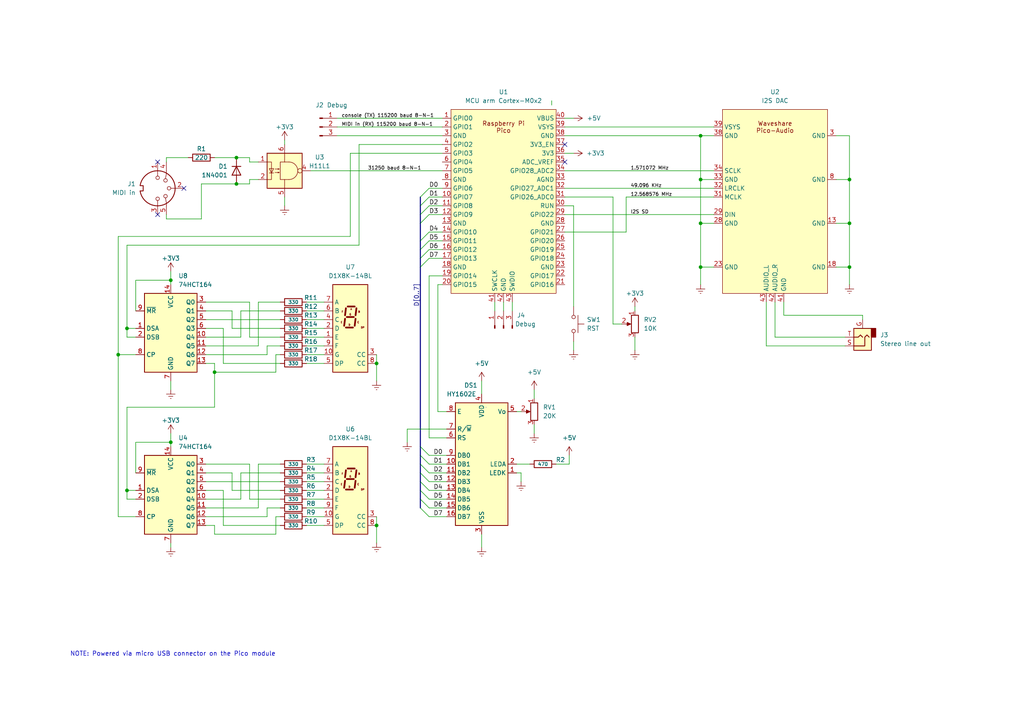
<source format=kicad_sch>
(kicad_sch (version 20230121) (generator eeschema)
  (paper "A4")
  (title_block (title "picoX7") (date "2023-09-08") (rev "0.04") (company "https://github.com/AnotherJohnH/picoX7"))
  (lib_symbols
    (symbol "74xx:74HCT164"
      (property "Reference" "U" (at 1.905 -13.97 0))
      (property "Value" "74HCT164" (at 1.905 -16.51 0))
      (symbol "74HCT164_0_1"
        (rectangle (start 7.62 10.16) (end -7.62 -12.7) (stroke (width 0.254)) (fill (type background)))
      )
      (symbol "74HCT164_1_1"
        (pin input line (at -10.16 0 0) (length 2.54) (name "DSA") (number "1"))
        (pin output line (at 10.16 -2.54 180) (length 2.54) (name "Q4") (number "10"))
        (pin output line (at 10.16 -5.08 180) (length 2.54) (name "Q5") (number "11"))
        (pin output line (at 10.16 -7.62 180) (length 2.54) (name "Q6") (number "12"))
        (pin output line (at 10.16 -10.16 180) (length 2.54) (name "Q7") (number "13"))
        (pin power_in line (at 0 12.7 270) (length 2.54) (name "VCC") (number "14"))
        (pin input line (at -10.16 -2.54 0) (length 2.54) (name "DSB") (number "2"))
        (pin output line (at 10.16 7.62 180) (length 2.54) (name "Q0") (number "3"))
        (pin output line (at 10.16 5.08 180) (length 2.54) (name "Q1") (number "4"))
        (pin output line (at 10.16 2.54 180) (length 2.54) (name "Q2") (number "5"))
        (pin output line (at 10.16 0 180) (length 2.54) (name "Q3") (number "6"))
        (pin power_in line (at 0 -15.24 90) (length 2.54) (name "GND") (number "7"))
        (pin input line (at -10.16 -7.62 0) (length 2.54) (name "CP") (number "8"))
        (pin input line (at -10.16 5.08 0) (length 2.54) (name "~{MR}") (number "9"))
      )
    )
    (symbol "Connector:Conn_01x03_Pin" (pin_names (offset 1.016) hide)
      (property "Reference" "J" (at 0 5.08 0))
      (property "Value" "Conn_01x03_Pin" (at 0 -5.08 0))
      (symbol "Conn_01x03_Pin_1_1"
        (polyline (pts (xy 1.27 -2.54) (xy 0.8636 -2.54)) (stroke (width 0.1524)))
        (polyline (pts (xy 1.27 0) (xy 0.8636 0)) (stroke (width 0.1524)))
        (polyline (pts (xy 1.27 2.54) (xy 0.8636 2.54)) (stroke (width 0.1524)))
        (rectangle (start 0.8636 -2.413) (end 0 -2.667) (stroke (width 0.1524)) (fill (type outline)))
        (rectangle (start 0.8636 0.127) (end 0 -0.127) (stroke (width 0.1524)) (fill (type outline)))
        (rectangle (start 0.8636 2.667) (end 0 2.413) (stroke (width 0.1524)) (fill (type outline)))
        (pin passive line (at 5.08 2.54 180) (length 3.81) (name "Pin_1") (number "1"))
        (pin passive line (at 5.08 0 180) (length 3.81) (name "Pin_2") (number "2"))
        (pin passive line (at 5.08 -2.54 180) (length 3.81) (name "Pin_3") (number "3"))
      )
    )
    (symbol "Connector:DIN-5_180degree" (pin_names (offset 1.016))
      (property "Reference" "J" (at 3.175 5.715 0))
      (property "Value" "DIN-5_180degree" (at 0 -6.35 0))
      (symbol "DIN-5_180degree_0_1"
        (arc (start -5.08 0) (mid -3.8609 -3.3364) (end -0.762 -5.08) (stroke (width 0.254)))
        (circle (center -3.048 0) (radius 0.508))
        (circle (center -2.286 2.286) (radius 0.508))
        (polyline (pts (xy -5.08 0) (xy -3.556 0)))
        (polyline (pts (xy 0 5.08) (xy 0 3.81)))
        (polyline (pts (xy 5.08 0) (xy 3.556 0)))
        (polyline (pts (xy -5.08 2.54) (xy -4.318 2.54) (xy -2.794 2.286)))
        (polyline (pts (xy 5.08 2.54) (xy 4.318 2.54) (xy 2.794 2.286)))
        (polyline (pts (xy -0.762 -4.953) (xy -0.762 -4.191) (xy 0.762 -4.191) (xy 0.762 -4.953)) (stroke (width 0.254)))
        (circle (center 0 3.302) (radius 0.508))
        (arc (start 0.762 -5.08) (mid 3.8685 -3.343) (end 5.08 0) (stroke (width 0.254)))
        (circle (center 2.286 2.286) (radius 0.508))
        (circle (center 3.048 0) (radius 0.508))
        (arc (start 5.08 0) (mid 0 5.0579) (end -5.08 0) (stroke (width 0.254)))
      )
      (symbol "DIN-5_180degree_1_1"
        (pin passive line (at -7.62 0 0) (length 2.54) (name "~") (number "1"))
        (pin passive line (at 0 7.62 270) (length 2.54) (name "~") (number "2"))
        (pin passive line (at 7.62 0 180) (length 2.54) (name "~") (number "3"))
        (pin passive line (at -7.62 2.54 0) (length 2.54) (name "~") (number "4"))
        (pin passive line (at 7.62 2.54 180) (length 2.54) (name "~") (number "5"))
      )
    )
    (symbol "Connector_Audio:AudioJack2_Ground"
      (property "Reference" "J" (at 0 8.89 0))
      (property "Value" "AudioJack2_Ground" (at 0 6.35 0))
      (symbol "AudioJack2_Ground_0_1"
        (rectangle (start -2.54 -2.54) (end -3.81 0) (stroke (width 0.254)) (fill (type outline)))
        (polyline (pts (xy 0 0) (xy 0.635 -0.635) (xy 1.27 0) (xy 2.54 0)) (stroke (width 0.254)))
        (polyline (pts (xy 2.54 2.54) (xy -0.635 2.54) (xy -0.635 0) (xy -1.27 -0.635) (xy -1.905 0)) (stroke (width 0.254)))
        (rectangle (start 2.54 3.81) (end -2.54 -2.54) (stroke (width 0.254)) (fill (type background)))
      )
      (symbol "AudioJack2_Ground_1_1"
        (pin passive line (at 0 -5.08 90) (length 2.54) (name "~") (number "G"))
        (pin passive line (at 5.08 2.54 180) (length 2.54) (name "~") (number "S"))
        (pin passive line (at 5.08 0 180) (length 2.54) (name "~") (number "T"))
      )
    )
    (symbol "Device:R" (pin_numbers hide) (pin_names (offset 0))
      (property "Reference" "R" (at 2.032 0 90))
      (property "Value" "R" (at 0 0 90))
      (symbol "R_0_1"
        (rectangle (start -1.016 -2.54) (end 1.016 2.54) (stroke (width 0.254)))
      )
      (symbol "R_1_1"
        (pin passive line (at 0 3.81 270) (length 1.27) (name "~") (number "1"))
        (pin passive line (at 0 -3.81 90) (length 1.27) (name "~") (number "2"))
      )
    )
    (symbol "Device:R_Potentiometer" (pin_names (offset 1.016) hide)
      (property "Reference" "RV" (at -4.445 0 90))
      (property "Value" "R_Potentiometer" (at -2.54 0 90))
      (symbol "R_Potentiometer_0_1"
        (polyline (pts (xy 2.54 0) (xy 1.524 0)))
        (polyline (pts (xy 1.143 0) (xy 2.286 0.508) (xy 2.286 -0.508) (xy 1.143 0)) (fill (type outline)))
        (rectangle (start 1.016 2.54) (end -1.016 -2.54) (stroke (width 0.254)))
      )
      (symbol "R_Potentiometer_1_1"
        (pin passive line (at 0 3.81 270) (length 1.27) (name "1") (number "1"))
        (pin passive line (at 3.81 0 180) (length 1.27) (name "2") (number "2"))
        (pin passive line (at 0 -3.81 90) (length 1.27) (name "3") (number "3"))
      )
    )
    (symbol "Diode:1N4001" (pin_numbers hide) (pin_names hide)
      (property "Reference" "D" (at 0 2.54 0))
      (property "Value" "1N4001" (at 0 -2.54 0))
      (symbol "1N4001_0_1"
        (polyline (pts (xy -1.27 1.27) (xy -1.27 -1.27)) (stroke (width 0.254)))
        (polyline (pts (xy 1.27 0) (xy -1.27 0)))
        (polyline (pts (xy 1.27 1.27) (xy 1.27 -1.27) (xy -1.27 0) (xy 1.27 1.27)) (stroke (width 0.254)))
      )
      (symbol "1N4001_1_1"
        (pin passive line (at -3.81 0 0) (length 2.54) (name "K") (number "1"))
        (pin passive line (at 3.81 0 180) (length 2.54) (name "A") (number "2"))
      )
    )
    (symbol "Display_Character:D1X8K-14BL"
      (property "Reference" "U" (at -2.54 13.97 0))
      (property "Value" "D1X8K-14BL" (at 1.27 13.97 0))
      (symbol "D1X8K-14BL_0_0"
        (text "A" (at 0.254 5.588 0) (effects (font (size 0.508 0.508))))
        (text "B" (at 2.54 4.826 0) (effects (font (size 0.508 0.508))))
        (text "C" (at 2.286 1.778 0) (effects (font (size 0.508 0.508))))
        (text "D" (at -0.254 1.016 0) (effects (font (size 0.508 0.508))))
        (text "DP" (at 3.556 0.254 0) (effects (font (size 0.508 0.508))))
        (text "E" (at -2.54 1.778 0) (effects (font (size 0.508 0.508))))
        (text "F" (at -2.286 4.826 0) (effects (font (size 0.508 0.508))))
        (text "G" (at 0 4.064 0) (effects (font (size 0.508 0.508))))
      )
      (symbol "D1X8K-14BL_0_1"
        (rectangle (start -5.08 12.7) (end 5.08 -12.7) (stroke (width 0.254)) (fill (type background)))
        (polyline (pts (xy -1.524 2.794) (xy -1.778 0.762)) (stroke (width 0.508)))
        (polyline (pts (xy -1.27 0.254) (xy 0.762 0.254)) (stroke (width 0.508)))
        (polyline (pts (xy -1.27 5.842) (xy -1.524 3.81)) (stroke (width 0.508)))
        (polyline (pts (xy -1.016 3.302) (xy 1.016 3.302)) (stroke (width 0.508)))
        (polyline (pts (xy -0.762 6.35) (xy 1.27 6.35)) (stroke (width 0.508)))
        (polyline (pts (xy 1.524 2.794) (xy 1.27 0.762)) (stroke (width 0.508)))
        (polyline (pts (xy 1.778 5.842) (xy 1.524 3.81)) (stroke (width 0.508)))
        (polyline (pts (xy 2.54 0.254) (xy 2.54 0.254)) (stroke (width 0.508)))
      )
      (symbol "D1X8K-14BL_1_1"
        (pin input line (at -7.62 -2.54 0) (length 2.54) (name "E") (number "1"))
        (pin input line (at -7.62 -7.62 0) (length 2.54) (name "G") (number "10"))
        (pin input line (at -7.62 0 0) (length 2.54) (name "D") (number "2"))
        (pin input line (at 7.62 -7.62 180) (length 2.54) (name "CC") (number "3"))
        (pin input line (at -7.62 2.54 0) (length 2.54) (name "C") (number "4"))
        (pin input line (at -7.62 -10.16 0) (length 2.54) (name "DP") (number "5"))
        (pin input line (at -7.62 5.08 0) (length 2.54) (name "B") (number "6"))
        (pin input line (at -7.62 7.62 0) (length 2.54) (name "A") (number "7"))
        (pin input line (at 7.62 -10.16 180) (length 2.54) (name "CC") (number "8"))
        (pin input line (at -7.62 -5.08 0) (length 2.54) (name "F") (number "9"))
      )
    )
    (symbol "Display_Character:HY1602E"
      (property "Reference" "DS" (at -6.096 19.05 0))
      (property "Value" "HY1602E" (at 5.08 19.05 0))
      (symbol "HY1602E_0_1"
        (rectangle (start -7.62 17.78) (end 7.62 -17.78) (stroke (width 0.254)) (fill (type background)))
      )
      (symbol "HY1602E_1_1"
        (pin passive line (at 10.16 -2.54 180) (length 2.54) (name "LEDK") (number "1"))
        (pin bidirectional line (at -10.16 0 0) (length 2.54) (name "DB1") (number "10"))
        (pin bidirectional line (at -10.16 -2.54 0) (length 2.54) (name "DB2") (number "11"))
        (pin bidirectional line (at -10.16 -5.08 0) (length 2.54) (name "DB3") (number "12"))
        (pin bidirectional line (at -10.16 -7.62 0) (length 2.54) (name "DB4") (number "13"))
        (pin bidirectional line (at -10.16 -10.16 0) (length 2.54) (name "DB5") (number "14"))
        (pin bidirectional line (at -10.16 -12.7 0) (length 2.54) (name "DB6") (number "15"))
        (pin bidirectional line (at -10.16 -15.24 0) (length 2.54) (name "DB7") (number "16"))
        (pin passive line (at 10.16 0 180) (length 2.54) (name "LEDA") (number "2"))
        (pin power_in line (at 0 -20.32 90) (length 2.54) (name "VSS") (number "3"))
        (pin power_in line (at 0 20.32 270) (length 2.54) (name "VDD") (number "4"))
        (pin input line (at 10.16 15.24 180) (length 2.54) (name "Vo") (number "5"))
        (pin input line (at -10.16 7.62 0) (length 2.54) (name "RS") (number "6"))
        (pin input line (at -10.16 10.16 0) (length 2.54) (name "R/~{W}") (number "7"))
        (pin input line (at -10.16 15.24 0) (length 2.54) (name "E") (number "8"))
        (pin bidirectional line (at -10.16 2.54 0) (length 2.54) (name "DB0") (number "9"))
      )
    )
    (symbol "Isolator:H11L1" (pin_names (offset 1.016))
      (property "Reference" "U" (at 1.27 8.89 0))
      (property "Value" "H11L1" (at 1.27 6.35 0))
      (symbol "H11L1_0_1"
        (rectangle (start -5.08 5.08) (end 5.08 -5.08) (stroke (width 0.254)) (fill (type background)))
        (polyline (pts (xy -4.445 -0.635) (xy -3.175 -0.635)))
        (polyline (pts (xy 0 2.54) (xy 0 5.08)))
        (polyline (pts (xy 0 -2.54) (xy 0 -5.08) (xy 0 -3.81)))
        (polyline (pts (xy -5.08 -2.54) (xy -3.81 -2.54) (xy -3.81 2.54) (xy -5.08 2.54)))
        (polyline (pts (xy -3.81 -0.635) (xy -4.445 0.635) (xy -3.175 0.635) (xy -3.81 -0.635)))
        (polyline (pts (xy 1.27 -2.54) (xy -1.27 -2.54) (xy -1.27 2.54) (xy 1.27 2.54)))
        (polyline (pts (xy -2.794 -0.508) (xy -1.524 -0.508) (xy -1.905 -0.635) (xy -1.905 -0.381) (xy -1.524 -0.508)))
        (polyline (pts (xy -2.794 0.508) (xy -1.524 0.508) (xy -1.905 0.381) (xy -1.905 0.635) (xy -1.524 0.508)))
        (arc (start 1.27 -2.54) (mid 3.799 0) (end 1.27 2.54))
      )
      (symbol "H11L1_1_1"
        (pin passive line (at -7.62 2.54 0) (length 2.54) (name "~") (number "1"))
        (pin passive line (at -7.62 -2.54 0) (length 2.54) (name "~") (number "2"))
        (pin no_connect line (at -5.08 0 0) (length 2.54) hide (name "~") (number "3"))
        (pin output inverted (at 7.62 0 180) (length 3.81) (name "~") (number "4"))
        (pin power_in line (at 0 -7.62 90) (length 2.54) (name "~") (number "5"))
        (pin power_in line (at 0 7.62 270) (length 2.54) (name "~") (number "6"))
      )
    )
    (symbol "MCU_RaspberryPi_and_Boards:Pico"
      (property "Reference" "U2" (at 0 31.75 0))
      (property "Value" "arm Cortex-M0x2 MCU" (at 0 29.21 0))
      (symbol "Pico_0_1"
        (rectangle (start -15.24 26.67) (end 15.24 -26.67) (fill (type background)))
      )
      (symbol "Pico_1_0"
        (text "Raspberry Pi\nPico" (at 0 21.59 0) (effects (font (size 1.27 1.27))))
      )
      (symbol "Pico_1_1"
        (pin bidirectional line (at -17.78 24.13 0) (length 2.54) (name "GPIO0") (number "1"))
        (pin bidirectional line (at -17.78 1.27 0) (length 2.54) (name "GPIO7") (number "10"))
        (pin bidirectional line (at -17.78 -1.27 0) (length 2.54) (name "GPIO8") (number "11"))
        (pin bidirectional line (at -17.78 -3.81 0) (length 2.54) (name "GPIO9") (number "12"))
        (pin power_in line (at -17.78 -6.35 0) (length 2.54) (name "GND") (number "13"))
        (pin bidirectional line (at -17.78 -8.89 0) (length 2.54) (name "GPIO10") (number "14"))
        (pin bidirectional line (at -17.78 -11.43 0) (length 2.54) (name "GPIO11") (number "15"))
        (pin bidirectional line (at -17.78 -13.97 0) (length 2.54) (name "GPIO12") (number "16"))
        (pin bidirectional line (at -17.78 -16.51 0) (length 2.54) (name "GPIO13") (number "17"))
        (pin power_in line (at -17.78 -19.05 0) (length 2.54) (name "GND") (number "18"))
        (pin bidirectional line (at -17.78 -21.59 0) (length 2.54) (name "GPIO14") (number "19"))
        (pin bidirectional line (at -17.78 21.59 0) (length 2.54) (name "GPIO1") (number "2"))
        (pin bidirectional line (at -17.78 -24.13 0) (length 2.54) (name "GPIO15") (number "20"))
        (pin bidirectional line (at 17.78 -24.13 180) (length 2.54) (name "GPIO16") (number "21"))
        (pin bidirectional line (at 17.78 -21.59 180) (length 2.54) (name "GPIO17") (number "22"))
        (pin power_in line (at 17.78 -19.05 180) (length 2.54) (name "GND") (number "23"))
        (pin bidirectional line (at 17.78 -16.51 180) (length 2.54) (name "GPIO18") (number "24"))
        (pin bidirectional line (at 17.78 -13.97 180) (length 2.54) (name "GPIO19") (number "25"))
        (pin bidirectional line (at 17.78 -11.43 180) (length 2.54) (name "GPIO20") (number "26"))
        (pin bidirectional line (at 17.78 -8.89 180) (length 2.54) (name "GPIO21") (number "27"))
        (pin power_in line (at 17.78 -6.35 180) (length 2.54) (name "GND") (number "28"))
        (pin bidirectional line (at 17.78 -3.81 180) (length 2.54) (name "GPIO22") (number "29"))
        (pin power_in line (at -17.78 19.05 0) (length 2.54) (name "GND") (number "3"))
        (pin input line (at 17.78 -1.27 180) (length 2.54) (name "RUN") (number "30"))
        (pin bidirectional line (at 17.78 1.27 180) (length 2.54) (name "GPIO26_ADC0") (number "31"))
        (pin bidirectional line (at 17.78 3.81 180) (length 2.54) (name "GPIO27_ADC1") (number "32"))
        (pin power_in line (at 17.78 6.35 180) (length 2.54) (name "AGND") (number "33"))
        (pin bidirectional line (at 17.78 8.89 180) (length 2.54) (name "GPIO28_ADC2") (number "34"))
        (pin power_in line (at 17.78 11.43 180) (length 2.54) (name "ADC_VREF") (number "35"))
        (pin power_in line (at 17.78 13.97 180) (length 2.54) (name "3V3") (number "36"))
        (pin input line (at 17.78 16.51 180) (length 2.54) (name "3V3_EN") (number "37"))
        (pin bidirectional line (at 17.78 19.05 180) (length 2.54) (name "GND") (number "38"))
        (pin power_in line (at 17.78 21.59 180) (length 2.54) (name "VSYS") (number "39"))
        (pin bidirectional line (at -17.78 16.51 0) (length 2.54) (name "GPIO2") (number "4"))
        (pin power_in line (at 17.78 24.13 180) (length 2.54) (name "VBUS") (number "40"))
        (pin input line (at -2.54 -29.21 90) (length 2.54) (name "SWCLK") (number "41"))
        (pin power_in line (at 0 -29.21 90) (length 2.54) (name "GND") (number "42"))
        (pin bidirectional line (at 2.54 -29.21 90) (length 2.54) (name "SWDIO") (number "43"))
        (pin bidirectional line (at -17.78 13.97 0) (length 2.54) (name "GPIO3") (number "5"))
        (pin bidirectional line (at -17.78 11.43 0) (length 2.54) (name "GPIO4") (number "6"))
        (pin bidirectional line (at -17.78 8.89 0) (length 2.54) (name "GPIO5") (number "7"))
        (pin power_in line (at -17.78 6.35 0) (length 2.54) (name "GND") (number "8"))
        (pin bidirectional line (at -17.78 3.81 0) (length 2.54) (name "GPIO6") (number "9"))
      )
    )
    (symbol "MCU_RaspberryPi_and_Boards:Waveshare Pico-Audio"
      (property "Reference" "U2" (at 0 31.75 0))
      (property "Value" "I2S DAC" (at 0 29.21 0))
      (symbol "Waveshare Pico-Audio_0_1"
        (rectangle (start -15.24 26.67) (end 15.24 -26.67) (fill (type background)))
      )
      (symbol "Waveshare Pico-Audio_1_0"
        (text "Waveshare\nPico-Audio" (at 0 21.59 0) (effects (font (size 1.27 1.27))))
      )
      (symbol "Waveshare Pico-Audio_1_1"
        (pin power_in line (at -17.78 -6.35 0) (length 2.54) (name "GND") (number "13"))
        (pin power_in line (at -17.78 -19.05 0) (length 2.54) (name "GND") (number "18"))
        (pin power_in line (at 17.78 -19.05 180) (length 2.54) (name "GND") (number "23"))
        (pin power_in line (at 17.78 -6.35 180) (length 2.54) (name "GND") (number "28"))
        (pin input line (at 17.78 -3.81 180) (length 2.54) (name "DIN") (number "29"))
        (pin power_in line (at -17.78 19.05 0) (length 2.54) (name "GND") (number "3"))
        (pin input line (at 17.78 1.27 180) (length 2.54) (name "MCLK") (number "31"))
        (pin input line (at 17.78 3.81 180) (length 2.54) (name "LRCLK") (number "32"))
        (pin power_in line (at 17.78 6.35 180) (length 2.54) (name "GND") (number "33"))
        (pin input line (at 17.78 8.89 180) (length 2.54) (name "SCLK") (number "34"))
        (pin bidirectional line (at 17.78 19.05 180) (length 2.54) (name "GND") (number "38"))
        (pin power_in line (at 17.78 21.59 180) (length 2.54) (name "VSYS") (number "39"))
        (pin power_out line (at -2.54 -29.21 90) (length 2.54) (name "GND") (number "41"))
        (pin output line (at 0 -29.21 90) (length 2.54) (name "AUDIO_R") (number "42"))
        (pin output line (at 2.54 -29.21 90) (length 2.54) (name "AUDIO_L") (number "43"))
        (pin power_in line (at -17.78 6.35 0) (length 2.54) (name "GND") (number "8"))
      )
    )
    (symbol "Switch:SW_Push" (pin_numbers hide) (pin_names (offset 1.016) hide)
      (property "Reference" "SW" (at 1.27 2.54 0))
      (property "Value" "SW_Push" (at 0 -1.524 0))
      (symbol "SW_Push_0_1"
        (circle (center -2.032 0) (radius 0.508))
        (polyline (pts (xy 0 1.27) (xy 0 3.048)))
        (polyline (pts (xy 2.54 1.27) (xy -2.54 1.27)))
        (circle (center 2.032 0) (radius 0.508))
        (pin passive line (at -5.08 0 0) (length 2.54) (name "1") (number "1"))
        (pin passive line (at 5.08 0 180) (length 2.54) (name "2") (number "2"))
      )
    )
    (symbol "power:+3V3" (power) (pin_names (offset 0))
      (property "Value" "+3V3" (at 0 3.556 0))
      (symbol "+3V3_0_1"
        (polyline (pts (xy -0.762 1.27) (xy 0 2.54)))
        (polyline (pts (xy 0 0) (xy 0 2.54)))
        (polyline (pts (xy 0 2.54) (xy 0.762 1.27)))
      )
      (symbol "+3V3_1_1"
        (pin power_in line (at 0 0 90) (length 0) hide (name "+3V3") (number "1"))
      )
    )
    (symbol "power:+5V" (power) (pin_names (offset 0))
      (property "Value" "+5V" (at 0 3.556 0))
      (symbol "+5V_0_1"
        (polyline (pts (xy -0.762 1.27) (xy 0 2.54)))
        (polyline (pts (xy 0 0) (xy 0 2.54)))
        (polyline (pts (xy 0 2.54) (xy 0.762 1.27)))
      )
      (symbol "+5V_1_1"
        (pin power_in line (at 0 0 90) (length 0) hide (name "+5V") (number "1"))
      )
    )
    (symbol "power:Earth" (power) (pin_names (offset 0))
      (symbol "Earth_0_1"
        (polyline (pts (xy -0.635 -1.905) (xy 0.635 -1.905)))
        (polyline (pts (xy -0.127 -2.54) (xy 0.127 -2.54)))
        (polyline (pts (xy 0 -1.27) (xy 0 0)))
        (polyline (pts (xy 1.27 -1.27) (xy -1.27 -1.27)))
      )
      (symbol "Earth_1_1"
        (pin power_in line (at 0 0 270) (length 0) hide (name "Earth") (number "1"))
      )
    )
  )
  (junction (at 36.83 142.24))
  (junction (at 49.53 128.27))
  (junction (at 203.2 64.77))
  (junction (at 109.22 105.41))
  (junction (at 203.2 77.47))
  (junction (at 203.2 39.37))
  (junction (at 62.23 107.95))
  (junction (at 36.83 95.25))
  (junction (at 246.38 52.07))
  (junction (at 49.53 81.28))
  (junction (at 68.58 45.72))
  (junction (at 109.22 152.4))
  (junction (at 246.38 64.77))
  (junction (at 68.58 53.34))
  (junction (at 203.2 52.07))
  (junction (at 34.29 102.87))
  (junction (at 246.38 77.47))
  (no_connect (at 163.83 46.99))
  (no_connect (at 163.83 41.91))
  (no_connect (at 53.34 54.61))
  (no_connect (at 45.72 62.23))
  (no_connect (at 45.72 46.99))
  (bus_entry (at 124.46 134.62) (size -2.54 -2.54))
  (bus_entry (at 124.46 139.7) (size -2.54 -2.54))
  (bus_entry (at 121.92 64.77) (size 2.54 -2.54))
  (bus_entry (at 124.46 137.16) (size -2.54 -2.54))
  (bus_entry (at 121.92 74.93) (size 2.54 -2.54))
  (bus_entry (at 124.46 149.86) (size -2.54 -2.54))
  (bus_entry (at 124.46 132.08) (size -2.54 -2.54))
  (bus_entry (at 121.92 69.85) (size 2.54 -2.54))
  (bus_entry (at 121.92 72.39) (size 2.54 -2.54))
  (bus_entry (at 121.92 57.15) (size 2.54 -2.54))
  (bus_entry (at 124.46 144.78) (size -2.54 -2.54))
  (bus_entry (at 121.92 62.23) (size 2.54 -2.54))
  (bus_entry (at 121.92 59.69) (size 2.54 -2.54))
  (bus_entry (at 124.46 142.24) (size -2.54 -2.54))
  (bus_entry (at 121.92 77.47) (size 2.54 -2.54))
  (bus_entry (at 124.46 147.32) (size -2.54 -2.54))
  (wire (pts (xy 74.93 147.32) (xy 74.93 134.62)))
  (wire (pts (xy 203.2 77.47) (xy 203.2 82.55)))
  (wire (pts (xy 203.2 64.77) (xy 207.01 64.77)))
  (wire (pts (xy 163.83 44.45) (xy 166.37 44.45)))
  (wire (pts (xy 48.26 62.23) (xy 48.26 63.5)))
  (wire (pts (xy 39.37 97.79) (xy 36.83 97.79)))
  (bus (pts (xy 121.92 62.23) (xy 121.92 64.77)))
  (wire (pts (xy 77.47 147.32) (xy 81.28 147.32)))
  (wire (pts (xy 74.93 46.99) (xy 72.39 46.99)))
  (wire (pts (xy 69.85 144.78) (xy 69.85 137.16)))
  (wire (pts (xy 148.59 87.63) (xy 148.59 90.17)))
  (wire (pts (xy 48.26 46.99) (xy 48.26 45.72)))
  (wire (pts (xy 127 82.55) (xy 128.27 82.55)))
  (wire (pts (xy 34.29 102.87) (xy 39.37 102.87)))
  (wire (pts (xy 104.14 41.91) (xy 128.27 41.91)))
  (wire (pts (xy 149.86 134.62) (xy 153.67 134.62)))
  (wire (pts (xy 161.29 134.62) (xy 165.1 134.62)))
  (wire (pts (xy 36.83 95.25) (xy 36.83 71.12)))
  (wire (pts (xy 101.6 68.58) (xy 34.29 68.58)))
  (wire (pts (xy 151.13 137.16) (xy 151.13 139.7)))
  (wire (pts (xy 93.98 90.17) (xy 88.9 90.17)))
  (wire (pts (xy 59.69 134.62) (xy 72.39 134.62)))
  (wire (pts (xy 68.58 53.34) (xy 72.39 53.34)))
  (wire (pts (xy 49.53 157.48) (xy 49.53 158.75)))
  (wire (pts (xy 64.77 95.25) (xy 64.77 105.41)))
  (wire (pts (xy 93.98 92.71) (xy 88.9 92.71)))
  (bus (pts (xy 121.92 77.47) (xy 121.92 129.54)))
  (wire (pts (xy 67.31 90.17) (xy 67.31 95.25)))
  (wire (pts (xy 93.98 149.86) (xy 88.9 149.86)))
  (wire (pts (xy 129.54 144.78) (xy 124.46 144.78)))
  (wire (pts (xy 36.83 144.78) (xy 36.83 142.24)))
  (wire (pts (xy 81.28 149.86) (xy 80.01 149.86)))
  (wire (pts (xy 166.37 99.06) (xy 166.37 101.6)))
  (wire (pts (xy 62.23 107.95) (xy 62.23 118.11)))
  (bus (pts (xy 121.92 59.69) (xy 121.92 62.23)))
  (wire (pts (xy 36.83 118.11) (xy 62.23 118.11)))
  (wire (pts (xy 163.83 54.61) (xy 207.01 54.61)))
  (wire (pts (xy 224.79 87.63) (xy 224.79 97.79)))
  (wire (pts (xy 62.23 107.95) (xy 80.01 107.95)))
  (wire (pts (xy 93.98 97.79) (xy 88.9 97.79)))
  (wire (pts (xy 36.83 97.79) (xy 36.83 95.25)))
  (wire (pts (xy 64.77 142.24) (xy 64.77 152.4)))
  (wire (pts (xy 69.85 97.79) (xy 69.85 90.17)))
  (wire (pts (xy 36.83 142.24) (xy 39.37 142.24)))
  (bus (pts (xy 121.92 144.78) (xy 121.92 147.32)))
  (wire (pts (xy 59.69 87.63) (xy 72.39 87.63)))
  (wire (pts (xy 139.7 154.94) (xy 139.7 158.75)))
  (wire (pts (xy 93.98 100.33) (xy 88.9 100.33)))
  (wire (pts (xy 203.2 52.07) (xy 203.2 64.77)))
  (wire (pts (xy 245.11 97.79) (xy 224.79 97.79)))
  (wire (pts (xy 72.39 134.62) (xy 72.39 144.78)))
  (bus (pts (xy 121.92 72.39) (xy 121.92 74.93)))
  (wire (pts (xy 129.54 119.38) (xy 127 119.38)))
  (wire (pts (xy 72.39 52.07) (xy 72.39 53.34)))
  (wire (pts (xy 49.53 81.28) (xy 49.53 82.55)))
  (wire (pts (xy 39.37 149.86) (xy 34.29 149.86)))
  (wire (pts (xy 129.54 132.08) (xy 124.46 132.08)))
  (wire (pts (xy 72.39 52.07) (xy 74.93 52.07)))
  (bus (pts (xy 121.92 69.85) (xy 121.92 72.39)))
  (wire (pts (xy 246.38 39.37) (xy 246.38 52.07)))
  (wire (pts (xy 184.15 88.9) (xy 184.15 90.17)))
  (wire (pts (xy 177.8 93.98) (xy 180.34 93.98)))
  (wire (pts (xy 69.85 90.17) (xy 81.28 90.17)))
  (wire (pts (xy 93.98 102.87) (xy 88.9 102.87)))
  (wire (pts (xy 129.54 134.62) (xy 124.46 134.62)))
  (wire (pts (xy 166.37 59.69) (xy 163.83 59.69)))
  (wire (pts (xy 246.38 52.07) (xy 246.38 64.77)))
  (wire (pts (xy 203.2 39.37) (xy 203.2 52.07)))
  (wire (pts (xy 104.14 41.91) (xy 104.14 71.12)))
  (bus (pts (xy 121.92 134.62) (xy 121.92 137.16)))
  (bus (pts (xy 121.92 132.08) (xy 121.92 134.62)))
  (wire (pts (xy 97.79 39.37) (xy 128.27 39.37)))
  (wire (pts (xy 129.54 139.7) (xy 124.46 139.7)))
  (wire (pts (xy 163.83 67.31) (xy 181.61 67.31)))
  (wire (pts (xy 59.69 142.24) (xy 64.77 142.24)))
  (wire (pts (xy 163.83 34.29) (xy 166.37 34.29)))
  (wire (pts (xy 59.69 100.33) (xy 74.93 100.33)))
  (wire (pts (xy 68.58 45.72) (xy 62.23 45.72)))
  (wire (pts (xy 59.69 144.78) (xy 69.85 144.78)))
  (wire (pts (xy 124.46 74.93) (xy 128.27 74.93)))
  (wire (pts (xy 242.57 77.47) (xy 246.38 77.47)))
  (wire (pts (xy 62.23 154.94) (xy 80.01 154.94)))
  (wire (pts (xy 62.23 152.4) (xy 62.23 154.94)))
  (wire (pts (xy 62.23 152.4) (xy 59.69 152.4)))
  (wire (pts (xy 109.22 152.4) (xy 109.22 157.48)))
  (wire (pts (xy 97.79 34.29) (xy 128.27 34.29)))
  (wire (pts (xy 93.98 144.78) (xy 88.9 144.78)))
  (wire (pts (xy 74.93 134.62) (xy 81.28 134.62)))
  (bus (pts (xy 121.92 129.54) (xy 121.92 132.08)))
  (wire (pts (xy 129.54 137.16) (xy 124.46 137.16)))
  (wire (pts (xy 68.58 53.34) (xy 58.42 53.34)))
  (wire (pts (xy 93.98 95.25) (xy 88.9 95.25)))
  (wire (pts (xy 203.2 39.37) (xy 207.01 39.37)))
  (wire (pts (xy 227.33 91.44) (xy 250.19 91.44)))
  (wire (pts (xy 246.38 39.37) (xy 242.57 39.37)))
  (wire (pts (xy 67.31 142.24) (xy 81.28 142.24)))
  (wire (pts (xy 143.51 87.63) (xy 143.51 90.17)))
  (wire (pts (xy 101.6 44.45) (xy 101.6 68.58)))
  (wire (pts (xy 124.46 80.01) (xy 124.46 127)))
  (wire (pts (xy 39.37 144.78) (xy 36.83 144.78)))
  (wire (pts (xy 80.01 102.87) (xy 81.28 102.87)))
  (wire (pts (xy 36.83 95.25) (xy 39.37 95.25)))
  (wire (pts (xy 67.31 137.16) (xy 67.31 142.24)))
  (wire (pts (xy 77.47 102.87) (xy 77.47 100.33)))
  (wire (pts (xy 109.22 149.86) (xy 109.22 152.4)))
  (wire (pts (xy 49.53 128.27) (xy 49.53 129.54)))
  (wire (pts (xy 36.83 142.24) (xy 36.83 118.11)))
  (wire (pts (xy 58.42 63.5) (xy 48.26 63.5)))
  (wire (pts (xy 129.54 142.24) (xy 124.46 142.24)))
  (wire (pts (xy 72.39 97.79) (xy 81.28 97.79)))
  (wire (pts (xy 109.22 102.87) (xy 109.22 105.41)))
  (wire (pts (xy 64.77 152.4) (xy 81.28 152.4)))
  (wire (pts (xy 160.02 30.48) (xy 160.02 29.21)))
  (wire (pts (xy 39.37 90.17) (xy 39.37 81.28)))
  (wire (pts (xy 59.69 102.87) (xy 77.47 102.87)))
  (wire (pts (xy 177.8 57.15) (xy 177.8 93.98)))
  (wire (pts (xy 97.79 36.83) (xy 128.27 36.83)))
  (wire (pts (xy 93.98 147.32) (xy 88.9 147.32)))
  (wire (pts (xy 80.01 154.94) (xy 80.01 149.86)))
  (wire (pts (xy 246.38 77.47) (xy 246.38 82.55)))
  (wire (pts (xy 49.53 78.74) (xy 49.53 81.28)))
  (wire (pts (xy 93.98 137.16) (xy 88.9 137.16)))
  (wire (pts (xy 166.37 88.9) (xy 166.37 59.69)))
  (wire (pts (xy 181.61 57.15) (xy 181.61 67.31)))
  (wire (pts (xy 93.98 87.63) (xy 88.9 87.63)))
  (wire (pts (xy 34.29 68.58) (xy 34.29 102.87)))
  (wire (pts (xy 151.13 119.38) (xy 149.86 119.38)))
  (wire (pts (xy 124.46 72.39) (xy 128.27 72.39)))
  (wire (pts (xy 77.47 149.86) (xy 77.47 147.32)))
  (wire (pts (xy 154.94 123.19) (xy 154.94 125.73)))
  (wire (pts (xy 72.39 144.78) (xy 81.28 144.78)))
  (wire (pts (xy 222.25 100.33) (xy 245.11 100.33)))
  (bus (pts (xy 121.92 64.77) (xy 121.92 69.85)))
  (wire (pts (xy 139.7 110.49) (xy 139.7 114.3)))
  (wire (pts (xy 74.93 100.33) (xy 74.93 87.63)))
  (wire (pts (xy 93.98 105.41) (xy 88.9 105.41)))
  (wire (pts (xy 181.61 57.15) (xy 207.01 57.15)))
  (wire (pts (xy 80.01 107.95) (xy 80.01 102.87)))
  (wire (pts (xy 64.77 105.41) (xy 81.28 105.41)))
  (wire (pts (xy 129.54 127) (xy 124.46 127)))
  (wire (pts (xy 93.98 139.7) (xy 88.9 139.7)))
  (wire (pts (xy 109.22 105.41) (xy 109.22 110.49)))
  (wire (pts (xy 59.69 95.25) (xy 64.77 95.25)))
  (wire (pts (xy 146.05 87.63) (xy 146.05 90.17)))
  (wire (pts (xy 72.39 87.63) (xy 72.39 97.79)))
  (wire (pts (xy 124.46 62.23) (xy 128.27 62.23)))
  (wire (pts (xy 48.26 45.72) (xy 54.61 45.72)))
  (wire (pts (xy 72.39 45.72) (xy 72.39 46.99)))
  (bus (pts (xy 121.92 57.15) (xy 121.92 59.69)))
  (wire (pts (xy 163.83 39.37) (xy 203.2 39.37)))
  (wire (pts (xy 124.46 54.61) (xy 128.27 54.61)))
  (wire (pts (xy 59.69 139.7) (xy 81.28 139.7)))
  (wire (pts (xy 82.55 40.64) (xy 82.55 41.91)))
  (wire (pts (xy 74.93 87.63) (xy 81.28 87.63)))
  (wire (pts (xy 39.37 81.28) (xy 49.53 81.28)))
  (wire (pts (xy 59.69 90.17) (xy 67.31 90.17)))
  (wire (pts (xy 82.55 57.15) (xy 82.55 59.69)))
  (wire (pts (xy 222.25 87.63) (xy 222.25 100.33)))
  (wire (pts (xy 62.23 105.41) (xy 62.23 107.95)))
  (wire (pts (xy 93.98 134.62) (xy 88.9 134.62)))
  (wire (pts (xy 39.37 137.16) (xy 39.37 128.27)))
  (bus (pts (xy 121.92 139.7) (xy 121.92 142.24)))
  (wire (pts (xy 124.46 67.31) (xy 128.27 67.31)))
  (wire (pts (xy 128.27 44.45) (xy 101.6 44.45)))
  (wire (pts (xy 93.98 142.24) (xy 88.9 142.24)))
  (wire (pts (xy 129.54 124.46) (xy 118.11 124.46)))
  (wire (pts (xy 129.54 149.86) (xy 124.46 149.86)))
  (wire (pts (xy 67.31 95.25) (xy 81.28 95.25)))
  (wire (pts (xy 163.83 62.23) (xy 207.01 62.23)))
  (wire (pts (xy 59.69 105.41) (xy 62.23 105.41)))
  (wire (pts (xy 124.46 59.69) (xy 128.27 59.69)))
  (wire (pts (xy 151.13 137.16) (xy 149.86 137.16)))
  (wire (pts (xy 39.37 128.27) (xy 49.53 128.27)))
  (wire (pts (xy 165.1 132.08) (xy 165.1 134.62)))
  (wire (pts (xy 69.85 137.16) (xy 81.28 137.16)))
  (wire (pts (xy 58.42 53.34) (xy 58.42 63.5)))
  (wire (pts (xy 246.38 77.47) (xy 246.38 64.77)))
  (bus (pts (xy 121.92 74.93) (xy 121.92 77.47)))
  (wire (pts (xy 49.53 125.73) (xy 49.53 128.27)))
  (wire (pts (xy 163.83 36.83) (xy 207.01 36.83)))
  (wire (pts (xy 250.19 91.44) (xy 250.19 92.71)))
  (wire (pts (xy 59.69 149.86) (xy 77.47 149.86)))
  (wire (pts (xy 242.57 64.77) (xy 246.38 64.77)))
  (wire (pts (xy 129.54 147.32) (xy 124.46 147.32)))
  (wire (pts (xy 163.83 57.15) (xy 177.8 57.15)))
  (wire (pts (xy 207.01 52.07) (xy 203.2 52.07)))
  (bus (pts (xy 121.92 142.24) (xy 121.92 144.78)))
  (wire (pts (xy 36.83 71.12) (xy 104.14 71.12)))
  (wire (pts (xy 246.38 52.07) (xy 242.57 52.07)))
  (wire (pts (xy 124.46 57.15) (xy 128.27 57.15)))
  (wire (pts (xy 90.17 49.53) (xy 128.27 49.53)))
  (wire (pts (xy 124.46 80.01) (xy 128.27 80.01)))
  (wire (pts (xy 93.98 152.4) (xy 88.9 152.4)))
  (bus (pts (xy 121.92 137.16) (xy 121.92 139.7)))
  (wire (pts (xy 59.69 137.16) (xy 67.31 137.16)))
  (wire (pts (xy 68.58 45.72) (xy 72.39 45.72)))
  (wire (pts (xy 59.69 92.71) (xy 81.28 92.71)))
  (wire (pts (xy 154.94 113.03) (xy 154.94 115.57)))
  (wire (pts (xy 118.11 124.46) (xy 118.11 128.27)))
  (wire (pts (xy 203.2 77.47) (xy 203.2 64.77)))
  (wire (pts (xy 34.29 149.86) (xy 34.29 102.87)))
  (wire (pts (xy 127 82.55) (xy 127 119.38)))
  (wire (pts (xy 184.15 97.79) (xy 184.15 101.6)))
  (wire (pts (xy 124.46 69.85) (xy 128.27 69.85)))
  (wire (pts (xy 59.69 147.32) (xy 74.93 147.32)))
  (wire (pts (xy 207.01 77.47) (xy 203.2 77.47)))
  (wire (pts (xy 77.47 100.33) (xy 81.28 100.33)))
  (wire (pts (xy 49.53 110.49) (xy 49.53 113.03)))
  (wire (pts (xy 59.69 97.79) (xy 69.85 97.79)))
  (wire (pts (xy 163.83 49.53) (xy 207.01 49.53)))
  (wire (pts (xy 227.33 87.63) (xy 227.33 91.44)))
  (rectangle (start 140.97 118.11) (end 140.97 118.11))
  (text "NOTE: Powered via micro USB connector on the Pico module" (at 20.32 190.5 0) (effects (font (size 1.27 1.27)) (justify left bottom)))
  (label "D5" (at 124.46 69.85 0))
  (label "D6" (at 124.46 72.39 0))
  (label "D2" (at 124.46 59.69 0))
  (label "D5" (at 125.73 144.78 0))
  (label "12.568576 MHz" (at 182.88 57.15 0) (effects (font (size 1 1))))
  (label "I2S SD" (at 182.88 62.23 0) (effects (font (size 1 1))))
  (label "D[0..7]" (at 121.92 88.9 90))
  (label "D4" (at 125.73 142.24 0))
  (label "D0" (at 125.73 132.08 0))
  (label "D7" (at 125.73 149.86 0))
  (label "D4" (at 124.46 67.31 0))
  (label "49.096 KHz" (at 182.88 54.61 0) (effects (font (size 1 1))))
  (label "1.571072 MHz" (at 182.88 49.53 0) (effects (font (size 1 1))))
  (label "D1" (at 125.73 134.62 0))
  (label "D2" (at 125.73 137.16 0))
  (label "MIDI in (RX) 115200 baud 8-N-1" (at 99.06 36.83 0) (effects (font (size 1 1))))
  (label "D3" (at 124.46 62.23 0))
  (label "D1" (at 124.46 57.15 0))
  (label "31250 baud 8-N-1" (at 106.68 49.53 0) (effects (font (size 1 1))))
  (label "console (TX) 115200 baud 8-N-1" (at 99.06 34.29 0) (effects (font (size 1 1))))
  (label "D6" (at 125.73 147.32 0))
  (label "D0" (at 124.46 54.61 0))
  (label "D7" (at 124.46 74.93 0))
  (label "D3" (at 125.73 139.7 0))
  (symbol (lib_id "Diode:1N4001") (at 68.58 49.53 90) (mirror x) (unit 1)
    (property "Reference" "D1" (at 66.04 48.26 90) (effects (justify left)))
    (property "Value" "1N4001" (at 66.04 50.8 90) (effects (justify left)))
    (property "Footprint" "Diode_THT:D_DO-41_SOD81_P10.16mm_Horizontal" (effects hide))
    (property "Datasheet" "http://www.vishay.com/docs/88503/1n4001.pdf" (effects hide))
    (property "Sim.Device" "D" (effects hide))
    (property "Sim.Pins" "1=K 2=A" (effects hide))
  )
  (symbol (lib_id "power:+5V") (at 139.7 110.49 0) (mirror y) (unit 1)
    (property "Reference" "#PWR09" (effects hide))
    (property "Value" "+5V" (at 139.7 105.41 0))
  )
  (symbol (lib_id "Device:R") (at 85.09 149.86 270) (mirror x) (unit 1)
    (property "Reference" "R9" (at 90.17 148.59 90))
    (property "Value" "330" (at 85.09 149.86 90) (effects (font (size 1 1))))
    (property "Footprint" "Resistor_THT:R_Axial_DIN0204_L3.6mm_D1.6mm_P5.08mm_Horizontal" (effects hide))
  )
  (symbol (lib_id "power:Earth") (at 246.38 82.55 0) (unit 1)
    (property "Reference" "#PWR01" (effects hide))
    (property "Value" "Earth" (effects hide))
  )
  (symbol (lib_id "Display_Character:D1X8K-14BL") (at 101.6 95.25 0) (unit 1)
    (property "Reference" "U7" (at 101.6 77.47 0))
    (property "Value" "D1X8K-14BL" (at 101.6 80.01 0))
    (property "Footprint" "Display_7Segment:D1X8K" (effects hide))
    (property "Datasheet" "https://ia800903.us.archive.org/24/items/CTKD1x8K/Cromatek%20D168K.pdf" (effects hide))
  )
  (symbol (lib_id "power:Earth") (at 166.37 101.6 0) (unit 1)
    (property "Reference" "#PWR02" (effects hide))
    (property "Value" "Earth" (effects hide))
  )
  (symbol (lib_id "Device:R") (at 85.09 87.63 270) (mirror x) (unit 1)
    (property "Reference" "R11" (at 90.17 86.36 90))
    (property "Value" "330" (at 85.09 87.63 90) (effects (font (size 1 1))))
    (property "Footprint" "Resistor_THT:R_Axial_DIN0204_L3.6mm_D1.6mm_P5.08mm_Horizontal" (effects hide))
  )
  (symbol (lib_id "Device:R_Potentiometer") (at 184.15 93.98 0) (mirror y) (unit 1)
    (property "Reference" "RV2" (at 186.69 92.71 0) (effects (justify right)))
    (property "Value" "10K" (at 186.69 95.25 0) (effects (justify right)))
  )
  (symbol (lib_id "Device:R") (at 85.09 92.71 270) (mirror x) (unit 1)
    (property "Reference" "R13" (at 90.17 91.44 90))
    (property "Value" "330" (at 85.09 92.71 90) (effects (font (size 1 1))))
    (property "Footprint" "Resistor_THT:R_Axial_DIN0204_L3.6mm_D1.6mm_P5.08mm_Horizontal" (effects hide))
  )
  (symbol (lib_id "power:Earth") (at 49.53 113.03 0) (mirror y) (unit 1)
    (property "Reference" "#PWR015" (effects hide))
    (property "Value" "Earth" (effects hide))
  )
  (symbol (lib_id "Connector:Conn_01x03_Pin") (at 92.71 36.83 0) (unit 1)
    (property "Reference" "J2" (at 92.71 30.48 0))
    (property "Value" "Debug" (at 97.79 30.48 0))
    (property "Footprint" "Connector:FanPinHeader_1x03_P2.54mm_Vertical" (effects hide))
  )
  (symbol (lib_id "Device:R") (at 85.09 105.41 270) (mirror x) (unit 1)
    (property "Reference" "R18" (at 90.17 104.14 90))
    (property "Value" "330" (at 85.09 105.41 90) (effects (font (size 1 1))))
    (property "Footprint" "Resistor_THT:R_Axial_DIN0204_L3.6mm_D1.6mm_P5.08mm_Horizontal" (effects hide))
  )
  (symbol (lib_id "power:Earth") (at 118.11 128.27 0) (mirror y) (unit 1)
    (property "Reference" "#PWR014" (effects hide))
    (property "Value" "Earth" (effects hide))
  )
  (symbol (lib_id "Isolator:H11L1") (at 82.55 49.53 0) (unit 1)
    (property "Reference" "U3" (at 92.71 45.5931 0))
    (property "Value" "H11L1" (at 92.71 48.1331 0))
    (property "Footprint" "Package_DIP:DIP-6_W7.62mm_LongPads" (effects hide))
    (property "Datasheet" "https://www.onsemi.com/pub/Collateral/H11L3M-D.PDF" (effects hide))
  )
  (symbol (lib_id "power:+3V3") (at 82.55 40.64 0) (unit 1)
    (property "Reference" "#PWR05" (effects hide))
    (property "Value" "+3V3" (at 82.55 36.83 0))
  )
  (symbol (lib_id "power:Earth") (at 203.2 82.55 0) (unit 1)
    (property "Reference" "#PWR04" (effects hide))
    (property "Value" "Earth" (effects hide))
  )
  (symbol (lib_id "Device:R") (at 85.09 147.32 270) (mirror x) (unit 1)
    (property "Reference" "R8" (at 90.17 146.05 90))
    (property "Value" "330" (at 85.09 147.32 90) (effects (font (size 1 1))))
    (property "Footprint" "Resistor_THT:R_Axial_DIN0204_L3.6mm_D1.6mm_P5.08mm_Horizontal" (effects hide))
  )
  (symbol (lib_id "Device:R") (at 85.09 152.4 270) (mirror x) (unit 1)
    (property "Reference" "R10" (at 90.17 151.13 90))
    (property "Value" "330" (at 85.09 152.4 90) (effects (font (size 1 1))))
    (property "Footprint" "Resistor_THT:R_Axial_DIN0204_L3.6mm_D1.6mm_P5.08mm_Horizontal" (effects hide))
  )
  (symbol (lib_id "Device:R") (at 85.09 95.25 270) (mirror x) (unit 1)
    (property "Reference" "R14" (at 90.17 93.98 90))
    (property "Value" "330" (at 85.09 95.25 90) (effects (font (size 1 1))))
    (property "Footprint" "Resistor_THT:R_Axial_DIN0204_L3.6mm_D1.6mm_P5.08mm_Horizontal" (effects hide))
  )
  (symbol (lib_id "Device:R") (at 85.09 137.16 270) (mirror x) (unit 1)
    (property "Reference" "R4" (at 90.17 135.89 90))
    (property "Value" "330" (at 85.09 137.16 90) (effects (font (size 1 1))))
    (property "Footprint" "Resistor_THT:R_Axial_DIN0204_L3.6mm_D1.6mm_P5.08mm_Horizontal" (effects hide))
  )
  (symbol (lib_id "power:Earth") (at 139.7 158.75 0) (mirror y) (unit 1)
    (property "Reference" "#PWR08" (effects hide))
    (property "Value" "Earth" (effects hide))
  )
  (symbol (lib_id "Device:R_Potentiometer") (at 154.94 119.38 0) (mirror y) (unit 1)
    (property "Reference" "RV1" (at 157.48 118.11 0) (effects (justify right)))
    (property "Value" "20K" (at 157.48 120.65 0) (effects (justify right)))
  )
  (symbol (lib_id "Switch:SW_Push") (at 166.37 93.98 270) (unit 1)
    (property "Reference" "SW1" (at 170.18 92.71 90) (effects (justify left)))
    (property "Value" "RST" (at 170.18 95.25 90) (effects (justify left)))
    (property "Footprint" "Button_Switch_THT:SW_PUSH_6mm_H5mm" (effects hide))
  )
  (symbol (lib_id "power:+5V") (at 154.94 113.03 0) (mirror y) (unit 1)
    (property "Reference" "#PWR011" (effects hide))
    (property "Value" "+5V" (at 154.94 107.95 0))
  )
  (symbol (lib_id "74xx:74HCT164") (at 49.53 95.25 0) (unit 1)
    (property "Reference" "U8" (at 51.7241 80.01 0) (effects (justify left)))
    (property "Value" "74HCT164" (at 51.7241 82.55 0) (effects (justify left)))
    (property "Datasheet" "https://assets.nexperia.com/documents/data-sheet/74HC_HCT164.pdf" (effects hide))
  )
  (symbol (lib_id "power:+3V3") (at 49.53 125.73 0) (unit 1)
    (property "Reference" "#PWR022" (effects hide))
    (property "Value" "+3V3" (at 49.53 121.92 0))
  )
  (symbol (lib_id "Connector_Audio:AudioJack2_Ground") (at 250.19 97.79 180) (unit 1)
    (property "Reference" "J3" (at 255.27 97.155 0) (effects (justify right)))
    (property "Value" "Stereo line out" (at 255.27 99.695 0) (effects (justify right)))
    (property "Footprint" "Connector_Audio:Jack_3.5mm_CUI_SJ1-3523N_Horizontal" (effects hide))
  )
  (symbol (lib_id "power:+3V3") (at 49.53 78.74 0) (mirror y) (unit 1)
    (property "Reference" "#PWR021" (effects hide))
    (property "Value" "+3V3" (at 49.53 74.93 0))
  )
  (symbol (lib_id "power:+5V") (at 165.1 132.08 0) (mirror y) (unit 1)
    (property "Reference" "#PWR013" (effects hide))
    (property "Value" "+5V" (at 165.1 127 0))
  )
  (symbol (lib_id "Device:R") (at 85.09 142.24 270) (mirror x) (unit 1)
    (property "Reference" "R6" (at 90.17 140.97 90))
    (property "Value" "330" (at 85.09 142.24 90) (effects (font (size 1 1))))
    (property "Footprint" "Resistor_THT:R_Axial_DIN0204_L3.6mm_D1.6mm_P5.08mm_Horizontal" (effects hide))
  )
  (symbol (lib_id "power:+3V3") (at 166.37 44.45 270) (unit 1)
    (property "Reference" "#PWR06" (effects hide))
    (property "Value" "+3V3" (at 172.72 44.45 90))
  )
  (symbol (lib_id "power:Earth") (at 151.13 139.7 0) (mirror y) (unit 1)
    (property "Reference" "#PWR012" (effects hide))
    (property "Value" "Earth" (effects hide))
  )
  (symbol (lib_id "Device:R") (at 85.09 139.7 270) (mirror x) (unit 1)
    (property "Reference" "R5" (at 90.17 138.43 90))
    (property "Value" "330" (at 85.09 139.7 90) (effects (font (size 1 1))))
    (property "Footprint" "Resistor_THT:R_Axial_DIN0204_L3.6mm_D1.6mm_P5.08mm_Horizontal" (effects hide))
  )
  (symbol (lib_id "Device:R") (at 85.09 90.17 270) (mirror x) (unit 1)
    (property "Reference" "R12" (at 90.17 88.9 90))
    (property "Value" "330" (at 85.09 90.17 90) (effects (font (size 1 1))))
    (property "Footprint" "Resistor_THT:R_Axial_DIN0204_L3.6mm_D1.6mm_P5.08mm_Horizontal" (effects hide))
  )
  (symbol (lib_id "Display_Character:HY1602E") (at 139.7 134.62 0) (unit 1)
    (property "Reference" "DS1" (at 134.62 111.76 0) (effects (justify left)))
    (property "Value" "HY1602E" (at 129.54 114.3 0) (effects (justify left)))
    (property "Footprint" "Display:HY1602E" (effects hide))
    (property "Datasheet" "http://www.icbank.com/data/ICBShop/board/HY1602E.pdf" (effects hide))
  )
  (symbol (lib_id "power:Earth") (at 109.22 110.49 0) (mirror y) (unit 1)
    (property "Reference" "#PWR020" (effects hide))
    (property "Value" "Earth" (effects hide))
  )
  (symbol (lib_id "power:Earth") (at 184.15 101.6 0) (mirror y) (unit 1)
    (property "Reference" "#PWR016" (effects hide))
    (property "Value" "Earth" (effects hide))
  )
  (symbol (lib_id "Connector:DIN-5_180degree") (at 45.72 54.61 270) (unit 1)
    (property "Reference" "J1" (at 39.37 53.34 90) (effects (justify right)))
    (property "Value" "MIDI in" (at 39.37 55.88 90) (effects (justify right)))
    (property "Datasheet" "http://www.mouser.com/ds/2/18/40_c091_abd_e-75918.pdf" (effects hide))
  )
  (symbol (lib_id "Device:R") (at 58.42 45.72 270) (mirror x) (unit 1)
    (property "Reference" "R1" (at 58.42 43.18 90))
    (property "Value" "220" (at 58.42 45.72 90))
    (property "Footprint" "Resistor_THT:R_Axial_DIN0204_L3.6mm_D1.6mm_P5.08mm_Horizontal" (effects hide))
  )
  (symbol (lib_id "power:Earth") (at 154.94 125.73 0) (mirror y) (unit 1)
    (property "Reference" "#PWR010" (effects hide))
    (property "Value" "Earth" (effects hide))
  )
  (symbol (lib_id "power:Earth") (at 109.22 157.48 0) (mirror y) (unit 1)
    (property "Reference" "#PWR017" (effects hide))
    (property "Value" "Earth" (effects hide))
  )
  (symbol (lib_id "MCU_RaspberryPi_and_Boards:Waveshare Pico-Audio") (at 224.79 58.42 0) (mirror y) (unit 1)
    (property "Reference" "U2" (at 224.79 26.67 0))
    (property "Value" "I2S DAC" (at 224.79 29.21 0))
    (property "Footprint" "Package_DIP:DIP-40_W25.4mm_Socket_LongPads" (effects hide))
  )
  (symbol (lib_id "power:+3V3") (at 184.15 88.9 0) (unit 1)
    (property "Reference" "#PWR019" (effects hide))
    (property "Value" "+3V3" (at 184.15 85.09 0))
  )
  (symbol (lib_id "Device:R") (at 157.48 134.62 270) (mirror x) (unit 1)
    (property "Reference" "R2" (at 162.56 133.35 90))
    (property "Value" "470" (at 157.48 134.62 90) (effects (font (size 1 1))))
    (property "Footprint" "Resistor_THT:R_Axial_DIN0204_L3.6mm_D1.6mm_P5.08mm_Horizontal" (effects hide))
  )
  (symbol (lib_id "Connector:Conn_01x03_Pin") (at 146.05 95.25 90) (unit 1)
    (property "Reference" "J4" (at 151.13 91.44 90))
    (property "Value" "Debug" (at 152.4 93.98 90))
    (property "Footprint" "Connector:FanPinHeader_1x03_P2.54mm_Vertical" (effects hide))
  )
  (symbol (lib_id "MCU_RaspberryPi_and_Boards:Pico") (at 146.05 58.42 0) (unit 1)
    (property "Reference" "U1" (at 146.05 26.67 0))
    (property "Value" "MCU arm Cortex-M0x2" (at 146.05 29.21 0))
    (property "Footprint" "Package_DIP:DIP-40_W25.4mm_Socket_LongPads" (effects hide))
  )
  (symbol (lib_id "power:Earth") (at 82.55 59.69 0) (unit 1)
    (property "Reference" "#PWR03" (effects hide))
    (property "Value" "Earth" (effects hide))
  )
  (symbol (lib_id "Device:R") (at 85.09 97.79 270) (mirror x) (unit 1)
    (property "Reference" "R15" (at 90.17 96.52 90))
    (property "Value" "330" (at 85.09 97.79 90) (effects (font (size 1 1))))
    (property "Footprint" "Resistor_THT:R_Axial_DIN0204_L3.6mm_D1.6mm_P5.08mm_Horizontal" (effects hide))
  )
  (symbol (lib_id "Device:R") (at 85.09 100.33 270) (mirror x) (unit 1)
    (property "Reference" "R16" (at 90.17 99.06 90))
    (property "Value" "330" (at 85.09 100.33 90) (effects (font (size 1 1))))
    (property "Footprint" "Resistor_THT:R_Axial_DIN0204_L3.6mm_D1.6mm_P5.08mm_Horizontal" (effects hide))
  )
  (symbol (lib_id "Device:R") (at 85.09 134.62 270) (mirror x) (unit 1)
    (property "Reference" "R3" (at 90.17 133.35 90))
    (property "Value" "330" (at 85.09 134.62 90) (effects (font (size 1 1))))
    (property "Footprint" "Resistor_THT:R_Axial_DIN0204_L3.6mm_D1.6mm_P5.08mm_Horizontal" (effects hide))
  )
  (symbol (lib_id "Display_Character:D1X8K-14BL") (at 101.6 142.24 0) (unit 1)
    (property "Reference" "U6" (at 101.6 124.46 0))
    (property "Value" "D1X8K-14BL" (at 101.6 127 0))
    (property "Footprint" "Display_7Segment:D1X8K" (effects hide))
    (property "Datasheet" "https://ia800903.us.archive.org/24/items/CTKD1x8K/Cromatek%20D168K.pdf" (effects hide))
  )
  (symbol (lib_id "Device:R") (at 85.09 144.78 270) (mirror x) (unit 1)
    (property "Reference" "R7" (at 90.17 143.51 90))
    (property "Value" "330" (at 85.09 144.78 90) (effects (font (size 1 1))))
    (property "Footprint" "Resistor_THT:R_Axial_DIN0204_L3.6mm_D1.6mm_P5.08mm_Horizontal" (effects hide))
  )
  (symbol (lib_id "74xx:74HCT164") (at 49.53 142.24 0) (unit 1)
    (property "Reference" "U4" (at 51.7241 127 0) (effects (justify left)))
    (property "Value" "74HCT164" (at 51.7241 129.54 0) (effects (justify left)))
    (property "Datasheet" "https://assets.nexperia.com/documents/data-sheet/74HC_HCT164.pdf" (effects hide))
  )
  (symbol (lib_id "power:+5V") (at 166.37 34.29 270) (unit 1)
    (property "Reference" "#PWR07" (effects hide))
    (property "Value" "+5V" (at 170.18 34.29 90) (effects (justify left)))
  )
  (symbol (lib_id "power:Earth") (at 49.53 158.75 0) (unit 1)
    (property "Reference" "#PWR018" (effects hide))
    (property "Value" "Earth" (effects hide))
  )
  (symbol (lib_id "Device:R") (at 85.09 102.87 270) (mirror x) (unit 1)
    (property "Reference" "R17" (at 90.17 101.6 90))
    (property "Value" "330" (at 85.09 102.87 90) (effects (font (size 1 1))))
    (property "Footprint" "Resistor_THT:R_Axial_DIN0204_L3.6mm_D1.6mm_P5.08mm_Horizontal" (effects hide))
  )
)
</source>
